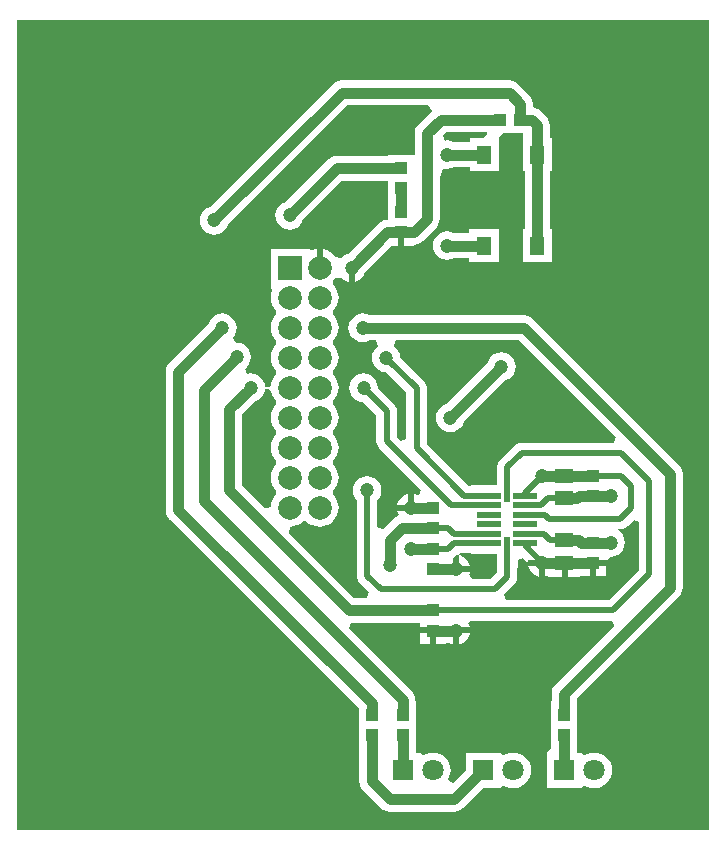
<source format=gtl>
%FSLAX42Y42*%
%MOMM*%
G71*
G01*
G75*
G04 Layer_Physical_Order=1*
G04 Layer_Color=255*
%ADD10R,1.00X1.10*%
%ADD11R,1.50X1.30*%
%ADD12R,0.60X2.00*%
%ADD13R,2.00X0.60*%
%ADD14R,1.10X1.00*%
%ADD15R,1.30X1.55*%
%ADD16C,0.89*%
%ADD17C,0.51*%
%ADD18C,1.80*%
%ADD19R,1.80X1.80*%
%ADD20C,2.00*%
%ADD21R,2.00X2.00*%
%ADD22C,1.20*%
G36*
X5927Y73D02*
X73D01*
Y6927D01*
X5927D01*
Y73D01*
D02*
G37*
%LPC*%
G36*
X3571Y1735D02*
X3486D01*
Y1645D01*
X3571D01*
Y1735D01*
D02*
G37*
G36*
X3381Y2918D02*
X3375Y2917D01*
X3346Y2905D01*
X3320Y2886D01*
X3301Y2861D01*
X3289Y2832D01*
X3288Y2826D01*
X3381D01*
Y2918D01*
D02*
G37*
G36*
X3904Y1735D02*
X3812D01*
Y1643D01*
X3818Y1643D01*
X3847Y1656D01*
X3872Y1675D01*
X3892Y1700D01*
X3904Y1729D01*
X3904Y1735D01*
D02*
G37*
G36*
X4151Y5156D02*
X3901D01*
Y5124D01*
X3770D01*
X3742Y5136D01*
X3711Y5140D01*
X3679Y5136D01*
X3650Y5124D01*
X3625Y5104D01*
X3606Y5079D01*
X3594Y5050D01*
X3590Y5019D01*
X3594Y4987D01*
X3606Y4958D01*
X3625Y4933D01*
X3650Y4914D01*
X3679Y4902D01*
X3711Y4898D01*
X3742Y4902D01*
X3770Y4913D01*
X3901D01*
Y4881D01*
X4151D01*
Y5156D01*
D02*
G37*
G36*
X4242Y6417D02*
X2819D01*
X2792Y6414D01*
X2767Y6403D01*
X2745Y6386D01*
X1707Y5349D01*
X1679Y5337D01*
X1654Y5318D01*
X1635Y5293D01*
X1623Y5264D01*
X1619Y5232D01*
X1623Y5201D01*
X1635Y5172D01*
X1654Y5147D01*
X1679Y5128D01*
X1709Y5115D01*
X1740Y5111D01*
X1771Y5115D01*
X1800Y5128D01*
X1825Y5147D01*
X1845Y5172D01*
X1856Y5200D01*
X2863Y6207D01*
X3550D01*
X3585Y6160D01*
X3469Y6043D01*
X3452Y6022D01*
X3442Y5996D01*
X3438Y5969D01*
Y5789D01*
X3429D01*
Y5789D01*
X3209D01*
Y5779D01*
X2778D01*
X2751Y5776D01*
X2726Y5765D01*
X2713Y5756D01*
X2704Y5749D01*
X2347Y5391D01*
X2319Y5380D01*
X2294Y5361D01*
X2275Y5336D01*
X2263Y5306D01*
X2258Y5275D01*
X2263Y5244D01*
X2275Y5215D01*
X2294Y5190D01*
X2319Y5170D01*
X2348Y5158D01*
X2380Y5154D01*
X2411Y5158D01*
X2440Y5170D01*
X2465Y5190D01*
X2484Y5215D01*
X2496Y5242D01*
X2822Y5569D01*
X3209D01*
Y5559D01*
Y5389D01*
Y5246D01*
Y5236D01*
X3203D01*
X3176Y5233D01*
X3151Y5222D01*
X3129Y5205D01*
X2871Y4947D01*
X2843Y4936D01*
X2818Y4917D01*
X2817Y4916D01*
X2767Y4920D01*
X2767Y4920D01*
X2747Y4945D01*
X2723Y4965D01*
X2695Y4979D01*
X2665Y4989D01*
X2659Y4989D01*
Y4831D01*
X2608D01*
Y4989D01*
X2602Y4989D01*
X2572Y4979D01*
X2568Y4977D01*
X2540Y4991D01*
X2540Y4991D01*
X2219D01*
Y4671D01*
X2219Y4671D01*
X2233Y4643D01*
X2231Y4638D01*
X2222Y4608D01*
X2219Y4577D01*
X2222Y4546D01*
X2231Y4515D01*
X2246Y4488D01*
X2266Y4463D01*
Y4437D01*
X2246Y4412D01*
X2231Y4384D01*
X2222Y4354D01*
X2219Y4323D01*
X2222Y4292D01*
X2231Y4261D01*
X2246Y4234D01*
X2266Y4209D01*
Y4183D01*
X2246Y4158D01*
X2231Y4130D01*
X2222Y4100D01*
X2219Y4069D01*
X2222Y4038D01*
X2231Y4007D01*
X2246Y3980D01*
X2266Y3955D01*
Y3929D01*
X2246Y3904D01*
X2231Y3876D01*
X2222Y3846D01*
X2221Y3840D01*
X2203Y3823D01*
X2184Y3823D01*
X2184Y3823D01*
X2170Y3823D01*
X2167Y3846D01*
X2154Y3875D01*
X2135Y3901D01*
X2110Y3920D01*
X2081Y3932D01*
X2050Y3936D01*
X2018Y3932D01*
X1999Y3978D01*
X2016Y3991D01*
X2035Y4016D01*
X2047Y4045D01*
X2051Y4077D01*
X2047Y4108D01*
X2035Y4137D01*
X2016Y4162D01*
X1991Y4182D01*
X1962Y4194D01*
X1930Y4198D01*
X1925Y4197D01*
X1907Y4220D01*
X1896Y4240D01*
X1913Y4262D01*
X1925Y4292D01*
X1929Y4323D01*
X1925Y4354D01*
X1913Y4383D01*
X1894Y4409D01*
X1869Y4428D01*
X1840Y4440D01*
X1808Y4444D01*
X1777Y4440D01*
X1748Y4428D01*
X1723Y4409D01*
X1703Y4383D01*
X1692Y4356D01*
X1361Y4024D01*
X1344Y4002D01*
X1333Y3977D01*
X1330Y3950D01*
Y2781D01*
X1330Y2781D01*
X1330D01*
X1333Y2754D01*
X1344Y2729D01*
X1361Y2707D01*
X2963Y1104D01*
Y931D01*
Y761D01*
X2968D01*
Y483D01*
X2968Y483D01*
X2968D01*
X2972Y455D01*
X2982Y430D01*
X2999Y408D01*
X3151Y256D01*
X3173Y239D01*
X3199Y228D01*
X3226Y225D01*
X3772D01*
X3799Y228D01*
X3824Y239D01*
X3846Y256D01*
X4017Y426D01*
X4168D01*
Y426D01*
X4188Y451D01*
Y451D01*
X4188Y451D01*
X4214Y437D01*
X4242Y429D01*
X4272Y426D01*
X4301Y429D01*
X4329Y437D01*
X4356Y451D01*
X4378Y470D01*
X4397Y493D01*
X4411Y519D01*
X4420Y547D01*
X4423Y576D01*
X4420Y606D01*
X4411Y634D01*
X4397Y660D01*
X4378Y683D01*
X4356Y702D01*
X4329Y716D01*
X4301Y724D01*
X4272Y727D01*
X4242Y724D01*
X4214Y716D01*
X4188Y702D01*
X4168Y726D01*
Y726D01*
X3868D01*
Y575D01*
X3758Y465D01*
X3717Y495D01*
X3730Y519D01*
X3739Y547D01*
X3742Y576D01*
X3739Y606D01*
X3730Y634D01*
X3716Y660D01*
X3697Y683D01*
X3675Y702D01*
X3649Y716D01*
X3620Y724D01*
X3591Y727D01*
X3561Y724D01*
X3533Y716D01*
X3507Y702D01*
X3487Y726D01*
Y726D01*
X3447Y726D01*
Y761D01*
X3447D01*
Y931D01*
Y1161D01*
X3442D01*
Y1172D01*
X3439Y1199D01*
X3431Y1217D01*
X3428Y1224D01*
X3421Y1234D01*
X3411Y1246D01*
X2879Y1779D01*
X2898Y1825D01*
X3486D01*
Y1815D01*
Y1786D01*
X3596D01*
Y1760D01*
X3622D01*
Y1645D01*
X3706D01*
Y1655D01*
X3728D01*
X3755Y1643D01*
X3761Y1643D01*
Y1760D01*
X3787D01*
Y1786D01*
X3904D01*
X3904Y1792D01*
X3892Y1821D01*
X3903Y1844D01*
X5107D01*
X5123Y1807D01*
X5124Y1796D01*
X4629Y1301D01*
X4612Y1279D01*
X4602Y1253D01*
X4598Y1226D01*
Y1161D01*
X4594D01*
Y931D01*
Y761D01*
D01*
Y761D01*
X4559Y726D01*
X4554D01*
Y426D01*
X4854D01*
Y426D01*
X4874Y451D01*
Y451D01*
X4874Y451D01*
X4900Y437D01*
X4928Y429D01*
X4958Y426D01*
X4987Y429D01*
X5015Y437D01*
X5041Y451D01*
X5064Y470D01*
X5083Y493D01*
X5097Y519D01*
X5105Y547D01*
X5108Y576D01*
X5105Y606D01*
X5097Y634D01*
X5083Y660D01*
X5064Y683D01*
X5041Y702D01*
X5015Y716D01*
X4987Y724D01*
X4958Y727D01*
X4928Y724D01*
X4900Y716D01*
X4874Y702D01*
X4854Y726D01*
Y726D01*
X4814Y726D01*
Y761D01*
X4814D01*
Y931D01*
Y1161D01*
X4809D01*
Y1182D01*
X5675Y2049D01*
X5692Y2071D01*
X5702Y2096D01*
X5706Y2123D01*
D01*
D01*
D01*
D01*
D01*
X5706D01*
D01*
D01*
D01*
D01*
Y2123D01*
X5706D01*
D01*
Y2123D01*
D01*
D01*
D01*
D01*
D01*
D01*
D01*
D01*
D01*
D01*
D01*
D01*
Y2123D01*
D01*
X5706D01*
D01*
D01*
D01*
D01*
X5706Y2123D01*
Y3088D01*
X5702Y3116D01*
X5692Y3141D01*
X5675Y3163D01*
X5675Y3163D01*
D01*
D01*
D01*
D01*
X5675Y3163D01*
D01*
D01*
X5675D01*
X4441Y4397D01*
X4419Y4414D01*
X4393Y4425D01*
X4366Y4428D01*
X3056D01*
X3029Y4440D01*
X2997Y4444D01*
X2966Y4440D01*
X2937Y4428D01*
X2912Y4409D01*
X2892Y4383D01*
X2880Y4354D01*
X2876Y4323D01*
X2880Y4292D01*
X2892Y4262D01*
X2912Y4237D01*
X2937Y4218D01*
X2966Y4206D01*
X2997Y4202D01*
X3029Y4206D01*
X3056Y4218D01*
X3114D01*
X3130Y4170D01*
X3110Y4155D01*
X3091Y4129D01*
X3079Y4100D01*
X3074Y4069D01*
X3079Y4038D01*
X3091Y4008D01*
X3110Y3983D01*
X3135Y3964D01*
X3164Y3952D01*
X3195Y3948D01*
X3368Y3774D01*
Y3385D01*
X3322Y3366D01*
X3287Y3401D01*
Y3619D01*
X3284Y3642D01*
X3284Y3642D01*
Y3642D01*
X3284D01*
X3284Y3642D01*
D01*
D01*
D01*
Y3642D01*
X3284D01*
D01*
X3284D01*
D01*
D01*
D01*
X3275Y3663D01*
X3269Y3670D01*
X3261Y3680D01*
X3261Y3680D01*
X3126Y3816D01*
X3122Y3846D01*
X3110Y3875D01*
X3091Y3901D01*
X3065Y3920D01*
X3036Y3932D01*
X3005Y3936D01*
X2974Y3932D01*
X2944Y3920D01*
X2919Y3901D01*
X2900Y3875D01*
X2888Y3846D01*
X2884Y3815D01*
X2888Y3784D01*
X2900Y3754D01*
X2919Y3729D01*
X2944Y3710D01*
X2974Y3698D01*
X3004Y3694D01*
X3114Y3584D01*
Y3365D01*
X3117Y3343D01*
X3121Y3335D01*
X3126Y3322D01*
X3139Y3305D01*
X3492Y2952D01*
X3473Y2906D01*
X3465D01*
X3437Y2917D01*
X3431Y2918D01*
Y2800D01*
X3406D01*
Y2775D01*
X3288D01*
X3289Y2769D01*
X3301Y2740D01*
X3301Y2740D01*
X3276Y2721D01*
X3276D01*
X3276Y2721D01*
X3254Y2705D01*
X3168Y2618D01*
X3121Y2637D01*
Y2862D01*
X3140Y2886D01*
X3152Y2915D01*
X3156Y2946D01*
X3152Y2978D01*
X3140Y3007D01*
X3121Y3032D01*
X3096Y3051D01*
X3067Y3063D01*
X3035Y3067D01*
X3004Y3063D01*
X2975Y3051D01*
X2950Y3032D01*
X2930Y3007D01*
X2918Y2978D01*
X2914Y2946D01*
X2918Y2915D01*
X2930Y2886D01*
X2949Y2862D01*
Y2223D01*
X2952Y2200D01*
X2956Y2192D01*
X2961Y2179D01*
X2974Y2162D01*
X3054Y2082D01*
X3035Y2036D01*
X2927D01*
X2375Y2588D01*
X2380Y2638D01*
X2411Y2641D01*
X2441Y2650D01*
X2469Y2665D01*
X2493Y2685D01*
X2520D01*
X2544Y2665D01*
X2572Y2650D01*
X2602Y2641D01*
X2633Y2638D01*
X2665Y2641D01*
X2695Y2650D01*
X2723Y2665D01*
X2747Y2685D01*
X2767Y2710D01*
X2782Y2737D01*
X2791Y2768D01*
X2794Y2799D01*
X2791Y2830D01*
X2782Y2860D01*
X2767Y2888D01*
X2747Y2913D01*
Y2939D01*
X2767Y2964D01*
X2782Y2991D01*
X2791Y3022D01*
X2794Y3053D01*
X2791Y3084D01*
X2782Y3114D01*
X2767Y3142D01*
X2747Y3167D01*
Y3193D01*
X2767Y3218D01*
X2782Y3245D01*
X2791Y3276D01*
X2794Y3307D01*
X2791Y3338D01*
X2782Y3368D01*
X2767Y3396D01*
X2747Y3421D01*
Y3447D01*
X2767Y3472D01*
X2782Y3499D01*
X2791Y3530D01*
X2794Y3561D01*
X2791Y3592D01*
X2782Y3622D01*
X2767Y3650D01*
X2747Y3675D01*
Y3701D01*
X2767Y3726D01*
X2782Y3753D01*
X2791Y3784D01*
X2794Y3815D01*
X2791Y3846D01*
X2782Y3876D01*
X2767Y3904D01*
X2747Y3929D01*
Y3955D01*
X2767Y3980D01*
X2782Y4007D01*
X2791Y4038D01*
X2794Y4069D01*
X2791Y4100D01*
X2782Y4130D01*
X2767Y4158D01*
X2747Y4183D01*
Y4209D01*
X2767Y4234D01*
X2782Y4261D01*
X2791Y4292D01*
X2794Y4323D01*
X2791Y4354D01*
X2782Y4384D01*
X2767Y4412D01*
X2747Y4437D01*
Y4463D01*
X2767Y4488D01*
X2782Y4515D01*
X2791Y4546D01*
X2794Y4577D01*
X2791Y4608D01*
X2782Y4638D01*
X2767Y4666D01*
X2747Y4691D01*
Y4717D01*
X2767Y4742D01*
X2767Y4742D01*
X2817Y4746D01*
X2818Y4745D01*
X2843Y4726D01*
X2872Y4714D01*
X2878Y4713D01*
Y4831D01*
X2929D01*
Y4713D01*
X2935Y4714D01*
X2964Y4726D01*
X2989Y4745D01*
X3008Y4770D01*
X3020Y4798D01*
X3237Y5016D01*
X3294D01*
Y5131D01*
X3345D01*
Y5016D01*
X3429D01*
Y5026D01*
X3456Y5029D01*
X3482Y5040D01*
X3504Y5056D01*
X3618Y5171D01*
X3625Y5180D01*
X3635Y5192D01*
X3645Y5218D01*
X3649Y5245D01*
Y5592D01*
X3679Y5665D01*
X3686Y5671D01*
X3713Y5668D01*
X3745Y5672D01*
X3772Y5683D01*
X3903D01*
Y5651D01*
X4153D01*
Y5926D01*
X4153D01*
Y5940D01*
X4189Y5976D01*
X4351D01*
Y5926D01*
X4351D01*
Y5651D01*
X4371D01*
Y5156D01*
X4351D01*
Y4881D01*
X4601D01*
Y5156D01*
X4581D01*
Y5651D01*
X4601D01*
Y5926D01*
X4581D01*
Y6040D01*
X4578Y6067D01*
X4567Y6092D01*
X4550Y6114D01*
X4504Y6160D01*
X4483Y6177D01*
X4457Y6187D01*
X4457Y6187D01*
X4448Y6189D01*
Y6196D01*
X4439D01*
Y6220D01*
X4435Y6248D01*
X4424Y6273D01*
X4408Y6295D01*
X4316Y6386D01*
X4294Y6403D01*
X4269Y6414D01*
X4242Y6417D01*
D02*
G37*
%LPD*%
G36*
X5337Y2675D02*
Y2271D01*
X5082Y2017D01*
X4210D01*
X4191Y2063D01*
X4282Y2154D01*
X4296Y2171D01*
X4301Y2184D01*
X4304Y2192D01*
X4307Y2215D01*
Y2289D01*
X4311D01*
Y2353D01*
X4357Y2372D01*
X4395Y2334D01*
X4395Y2335D01*
X4398Y2360D01*
X4516D01*
Y2335D01*
X4541D01*
Y2217D01*
X4547Y2218D01*
X4555Y2221D01*
X4571Y2210D01*
Y2210D01*
X4681D01*
Y2335D01*
X4732D01*
Y2210D01*
X4841D01*
Y2220D01*
X4920D01*
Y2335D01*
X4945D01*
Y2360D01*
X5055D01*
Y2351D01*
X5093Y2384D01*
X5097Y2384D01*
X5129Y2388D01*
X5158Y2400D01*
X5183Y2419D01*
X5202Y2444D01*
X5214Y2474D01*
X5218Y2505D01*
X5214Y2536D01*
X5202Y2565D01*
X5183Y2590D01*
X5158Y2610D01*
X5160Y2619D01*
X5179D01*
X5202Y2622D01*
X5208Y2624D01*
X5222Y2631D01*
X5240Y2644D01*
X5291Y2695D01*
X5337Y2675D01*
D02*
G37*
G36*
X3911Y2409D02*
X4131D01*
Y2289D01*
X4135D01*
Y2250D01*
X4079Y2194D01*
X3927D01*
X3899Y2236D01*
X3904Y2247D01*
X3904Y2253D01*
X3787D01*
Y2279D01*
X3761D01*
Y2374D01*
X3762Y2374D01*
X3780Y2388D01*
X3791Y2399D01*
X3811Y2397D01*
X3823Y2413D01*
X3911D01*
Y2409D01*
D02*
G37*
G36*
X5144Y3396D02*
X5125Y3350D01*
X4343D01*
X4321Y3347D01*
X4306Y3341D01*
X4300Y3338D01*
X4282Y3325D01*
X4160Y3203D01*
X4147Y3185D01*
X4141Y3172D01*
X4138Y3164D01*
X4135Y3142D01*
Y3109D01*
X4131D01*
Y2989D01*
X3911D01*
Y2986D01*
X3893D01*
X3541Y3338D01*
Y3810D01*
X3538Y3832D01*
X3536Y3837D01*
X3529Y3853D01*
X3515Y3871D01*
X3316Y4070D01*
X3312Y4100D01*
X3300Y4129D01*
X3281Y4155D01*
X3261Y4170D01*
X3277Y4218D01*
X4323D01*
X5144Y3396D01*
D02*
G37*
G36*
X4048Y5976D02*
X4048Y5976D01*
Y5962D01*
X4013Y5926D01*
X3903D01*
Y5894D01*
X3772D01*
X3745Y5906D01*
X3713Y5910D01*
X3698Y5908D01*
X3676Y5953D01*
X3704Y5980D01*
X4048D01*
X4048Y5976D01*
D02*
G37*
G36*
X2184Y3807D02*
X2184Y3807D01*
X2203Y3806D01*
X2221Y3790D01*
X2222Y3784D01*
X2231Y3753D01*
X2246Y3726D01*
X2266Y3701D01*
Y3675D01*
X2246Y3650D01*
X2231Y3622D01*
X2222Y3592D01*
X2219Y3561D01*
X2222Y3530D01*
X2231Y3499D01*
X2246Y3472D01*
X2266Y3447D01*
Y3421D01*
X2246Y3396D01*
X2231Y3368D01*
X2222Y3338D01*
X2219Y3307D01*
X2222Y3276D01*
X2231Y3245D01*
X2246Y3218D01*
X2266Y3193D01*
Y3167D01*
X2246Y3142D01*
X2231Y3114D01*
X2222Y3084D01*
X2219Y3053D01*
X2222Y3022D01*
X2231Y2991D01*
X2246Y2964D01*
X2266Y2939D01*
Y2913D01*
X2246Y2888D01*
X2231Y2860D01*
X2222Y2830D01*
X2219Y2807D01*
X2190Y2796D01*
X2168Y2794D01*
X1972Y2990D01*
Y3589D01*
X2082Y3699D01*
X2110Y3710D01*
X2135Y3729D01*
X2154Y3754D01*
X2167Y3784D01*
X2170Y3807D01*
X2184Y3807D01*
D02*
G37*
%LPC*%
G36*
X4172Y4115D02*
X4140Y4111D01*
X4111Y4099D01*
X4086Y4080D01*
X4067Y4054D01*
X4055Y4027D01*
X3706Y3677D01*
X3678Y3666D01*
X3653Y3647D01*
X3634Y3621D01*
X3622Y3592D01*
X3618Y3561D01*
X3622Y3530D01*
X3634Y3500D01*
X3653Y3475D01*
X3678Y3456D01*
X3707Y3444D01*
X3739Y3440D01*
X3770Y3444D01*
X3799Y3456D01*
X3824Y3475D01*
X3844Y3500D01*
X3855Y3528D01*
X4204Y3878D01*
X4232Y3889D01*
X4257Y3908D01*
X4277Y3933D01*
X4289Y3963D01*
X4293Y3994D01*
X4289Y4025D01*
X4277Y4054D01*
X4257Y4080D01*
X4232Y4099D01*
X4203Y4111D01*
X4172Y4115D01*
D02*
G37*
G36*
X3812Y2396D02*
Y2304D01*
X3904D01*
X3904Y2310D01*
X3892Y2339D01*
X3872Y2364D01*
X3847Y2383D01*
X3818Y2396D01*
X3812Y2396D01*
D02*
G37*
G36*
X5055Y2309D02*
X4971D01*
Y2220D01*
X5055D01*
Y2309D01*
D02*
G37*
G36*
X4491D02*
X4398D01*
X4399Y2304D01*
X4411Y2274D01*
X4430Y2249D01*
X4456Y2230D01*
X4485Y2218D01*
X4491Y2217D01*
Y2309D01*
D02*
G37*
%LPD*%
D10*
X4704Y876D02*
D03*
Y1046D02*
D03*
X3337Y876D02*
D03*
Y1046D02*
D03*
X3073Y876D02*
D03*
Y1046D02*
D03*
X4945Y3070D02*
D03*
Y2900D02*
D03*
Y2335D02*
D03*
Y2505D02*
D03*
X3596Y1930D02*
D03*
Y1760D02*
D03*
Y2449D02*
D03*
Y2279D02*
D03*
Y2630D02*
D03*
Y2800D02*
D03*
X3319Y5674D02*
D03*
Y5504D02*
D03*
Y5301D02*
D03*
Y5131D02*
D03*
D11*
X4706Y3070D02*
D03*
Y2880D02*
D03*
Y2335D02*
D03*
Y2525D02*
D03*
D12*
X4221Y2949D02*
D03*
Y2449D02*
D03*
D13*
X4371Y2899D02*
D03*
Y2819D02*
D03*
Y2739D02*
D03*
Y2659D02*
D03*
Y2579D02*
D03*
Y2499D02*
D03*
X4071D02*
D03*
Y2579D02*
D03*
Y2659D02*
D03*
Y2739D02*
D03*
Y2819D02*
D03*
Y2899D02*
D03*
D14*
X4333Y6086D02*
D03*
X4163D02*
D03*
D15*
X4026Y5019D02*
D03*
X4028Y5789D02*
D03*
X4476D02*
D03*
Y5019D02*
D03*
D16*
X4704Y576D02*
Y876D01*
X3772Y330D02*
X4018Y576D01*
X3226Y330D02*
X3772D01*
X3073Y483D02*
X3226Y330D01*
X3073Y483D02*
Y876D01*
X3337Y576D02*
Y876D01*
X1435Y2781D02*
X3073Y1143D01*
X1651Y2858D02*
X3337Y1172D01*
X1435Y2781D02*
Y3950D01*
X1651Y2858D02*
Y3797D01*
X1930Y4077D01*
X1435Y3950D02*
X1808Y4323D01*
X4706Y2525D02*
X4828D01*
X4848Y2505D01*
X4706Y2880D02*
X4811D01*
X4831Y2900D01*
X4333Y6086D02*
X4430D01*
X4476Y6040D01*
X3711Y5019D02*
X4026D01*
X3713Y5789D02*
X4028D01*
X3319Y5301D02*
Y5504D01*
X2778Y5674D02*
X3319D01*
X2380Y5275D02*
X2778Y5674D01*
X3660Y6086D02*
X4163D01*
X3543Y5969D02*
X3660Y6086D01*
X3543Y5245D02*
Y5969D01*
X3429Y5131D02*
X3543Y5245D01*
X3203Y5131D02*
X3429D01*
X4333Y6086D02*
Y6220D01*
X4242Y6312D02*
X4333Y6220D01*
X2819Y6312D02*
X4242D01*
X1740Y5232D02*
X2819Y6312D01*
X4476Y5019D02*
Y6040D01*
X3073Y1046D02*
Y1143D01*
X3337Y1046D02*
Y1172D01*
X3406Y2449D02*
X3596D01*
X1867Y3632D02*
X2050Y3815D01*
X1867Y2946D02*
Y3632D01*
Y2946D02*
X2883Y1930D01*
X3596D01*
X3329Y2630D02*
X3596D01*
X3226Y2527D02*
X3329Y2630D01*
X3226Y2311D02*
Y2527D01*
X4704Y1046D02*
Y1226D01*
X5601Y2123D01*
Y3088D01*
X4366Y4323D02*
X5601Y3088D01*
X2997Y4323D02*
X4366D01*
X3596Y2279D02*
X3787D01*
X3406Y2800D02*
X3596D01*
Y1760D02*
X3787D01*
X4516Y2335D02*
X4945D01*
X4516Y3070D02*
X4945D01*
X4831Y2900D02*
X5097D01*
X4848Y2505D02*
X5097D01*
X2903Y4831D02*
X3203Y5131D01*
X3739Y3561D02*
X4172Y3994D01*
D17*
X3771Y2579D02*
X4071D01*
X3720Y2630D02*
X3771Y2579D01*
X3596Y2630D02*
X3720D01*
X3769Y2499D02*
X4071D01*
X3719Y2449D02*
X3769Y2499D01*
X3596Y2449D02*
X3719D01*
X4221Y2215D02*
Y2449D01*
X4115Y2108D02*
X4221Y2215D01*
X3150Y2108D02*
X4115D01*
X3035Y2223D02*
X3150Y2108D01*
X3035Y2223D02*
Y2946D01*
X4221Y2949D02*
Y3142D01*
X4343Y3264D01*
X5184D01*
X5423Y3025D01*
Y2235D02*
Y3025D01*
X5118Y1930D02*
X5423Y2235D01*
X3596Y1930D02*
X5118D01*
X4371Y2739D02*
X4538D01*
X4572Y2705D01*
X5179D01*
X5271Y2796D01*
Y2987D01*
X5187Y3070D02*
X5271Y2987D01*
X4945Y3070D02*
X5187D01*
X4371Y2579D02*
X4533D01*
X4587Y2525D01*
X4706D01*
X4371Y2819D02*
X4509D01*
X4570Y2880D01*
X4706D01*
X4371Y2899D02*
Y2925D01*
X4516Y3070D01*
X4371Y2480D02*
Y2499D01*
Y2480D02*
X4516Y2335D01*
X3857Y2899D02*
X4071D01*
X3454Y3302D02*
X3857Y2899D01*
X3454Y3302D02*
Y3810D01*
X3195Y4069D02*
X3454Y3810D01*
X3746Y2819D02*
X4071D01*
X3200Y3365D02*
X3746Y2819D01*
X3200Y3365D02*
Y3619D01*
X3005Y3815D02*
X3200Y3619D01*
D18*
X4958Y576D02*
D03*
X4272D02*
D03*
X3591D02*
D03*
D19*
X4704D02*
D03*
X4018D02*
D03*
X3337D02*
D03*
D20*
X2633Y4577D02*
D03*
X2380Y3307D02*
D03*
Y3561D02*
D03*
X2633Y3307D02*
D03*
X2380Y2799D02*
D03*
X2633Y4831D02*
D03*
X2380Y4577D02*
D03*
Y4323D02*
D03*
X2633D02*
D03*
X2380Y4069D02*
D03*
X2633D02*
D03*
X2380Y3815D02*
D03*
X2633D02*
D03*
Y3561D02*
D03*
X2380Y3053D02*
D03*
X2633D02*
D03*
Y2799D02*
D03*
D21*
X2380Y4831D02*
D03*
D22*
X3711Y5019D02*
D03*
X3713Y5789D02*
D03*
X3406Y2449D02*
D03*
X3226Y2311D02*
D03*
X5097Y2505D02*
D03*
Y2900D02*
D03*
X4516Y3070D02*
D03*
Y2335D02*
D03*
X3787Y2279D02*
D03*
X3406Y2800D02*
D03*
X3787Y1760D02*
D03*
X1740Y5232D02*
D03*
X1808Y4323D02*
D03*
X1930Y4077D02*
D03*
X2050Y3815D02*
D03*
X3035Y2946D02*
D03*
X3195Y4069D02*
D03*
X3005Y3815D02*
D03*
X2997Y4323D02*
D03*
X2380Y5275D02*
D03*
X2903Y4831D02*
D03*
X3739Y3561D02*
D03*
X4172Y3994D02*
D03*
M02*

</source>
